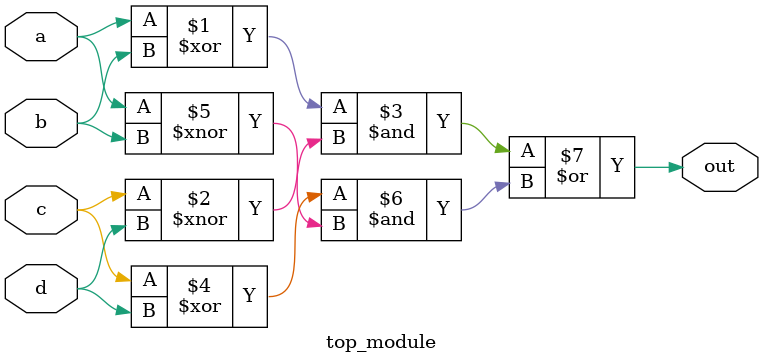
<source format=v>
module top_module(
    input a,
    input b,
    input c,
    input d,
    output out  ); 
    assign out=(((a^b)&(c~^d)) | ((c^d)&(a~^b)));

endmodule
</source>
